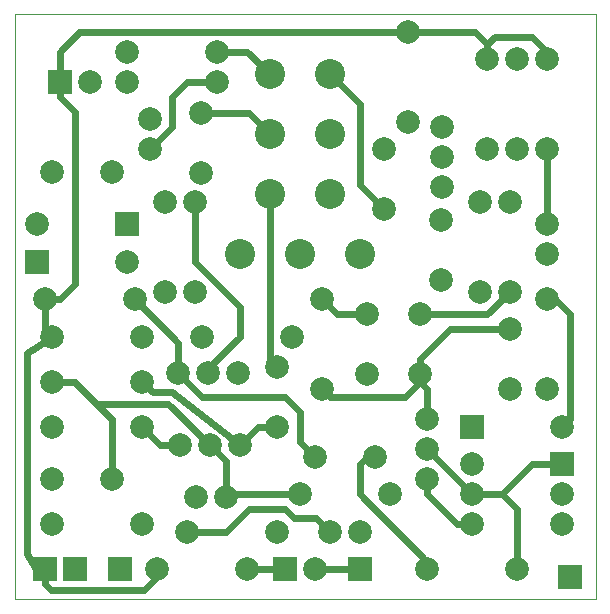
<source format=gtl>
G75*
%MOIN*%
%OFA0B0*%
%FSLAX25Y25*%
%IPPOS*%
%LPD*%
%AMOC8*
5,1,8,0,0,1.08239X$1,22.5*
%
%ADD10C,0.00000*%
%ADD11R,0.07874X0.07874*%
%ADD12C,0.07874*%
%ADD13C,0.10000*%
%ADD14C,0.02400*%
D10*
X0002200Y0002200D02*
X0002200Y0197161D01*
X0195901Y0197161D01*
X0195901Y0002200D01*
X0002200Y0002200D01*
D11*
X0012200Y0012200D03*
X0022200Y0012200D03*
X0037200Y0012200D03*
X0092200Y0012200D03*
X0117200Y0012200D03*
X0154700Y0059700D03*
X0184700Y0047200D03*
X0187200Y0009700D03*
X0039700Y0127200D03*
X0009700Y0114700D03*
X0017200Y0174700D03*
D12*
X0027200Y0174700D03*
X0039700Y0174700D03*
X0039700Y0184700D03*
X0047200Y0162200D03*
X0047200Y0152200D03*
X0034700Y0144700D03*
X0052200Y0134700D03*
X0062200Y0134700D03*
X0064200Y0144200D03*
X0064200Y0164200D03*
X0069700Y0174700D03*
X0069700Y0184700D03*
X0125200Y0152200D03*
X0133200Y0161200D03*
X0144700Y0159700D03*
X0144700Y0149700D03*
X0144700Y0139700D03*
X0144200Y0128700D03*
X0157200Y0134700D03*
X0167200Y0134700D03*
X0179700Y0127200D03*
X0179700Y0117200D03*
X0167200Y0104700D03*
X0157200Y0104700D03*
X0167200Y0092200D03*
X0179700Y0102200D03*
X0179700Y0072200D03*
X0167200Y0072200D03*
X0184700Y0059700D03*
X0184700Y0037200D03*
X0184700Y0027200D03*
X0169700Y0012200D03*
X0154700Y0027200D03*
X0154700Y0037200D03*
X0154700Y0047200D03*
X0139700Y0042200D03*
X0139700Y0052200D03*
X0139700Y0062200D03*
X0137200Y0077200D03*
X0119700Y0077200D03*
X0104700Y0072200D03*
X0089700Y0079700D03*
X0094700Y0089700D03*
X0104700Y0102200D03*
X0119700Y0097200D03*
X0137200Y0097200D03*
X0144200Y0108700D03*
X0125200Y0132200D03*
X0159700Y0152200D03*
X0169700Y0152200D03*
X0179700Y0152200D03*
X0179700Y0182200D03*
X0169700Y0182200D03*
X0159700Y0182200D03*
X0133200Y0191200D03*
X0062200Y0104700D03*
X0052200Y0104700D03*
X0042200Y0102200D03*
X0039700Y0114700D03*
X0044700Y0089700D03*
X0056700Y0077700D03*
X0066700Y0077700D03*
X0076700Y0077700D03*
X0064700Y0089700D03*
X0044700Y0074700D03*
X0044700Y0059700D03*
X0057200Y0053700D03*
X0067200Y0053700D03*
X0077200Y0053700D03*
X0089700Y0059700D03*
X0102200Y0049700D03*
X0097200Y0037200D03*
X0089700Y0024700D03*
X0079700Y0012200D03*
X0059700Y0024700D03*
X0062700Y0036200D03*
X0072700Y0036200D03*
X0049700Y0012200D03*
X0044700Y0027200D03*
X0034700Y0042200D03*
X0014700Y0042200D03*
X0014700Y0027200D03*
X0014700Y0059700D03*
X0014700Y0074700D03*
X0014700Y0089700D03*
X0012200Y0102200D03*
X0009700Y0127200D03*
X0014700Y0144700D03*
X0122200Y0049700D03*
X0127200Y0037200D03*
X0117200Y0024700D03*
X0107200Y0024700D03*
X0102200Y0012200D03*
X0139700Y0012200D03*
D13*
X0117200Y0117200D03*
X0107200Y0137200D03*
X0107200Y0157200D03*
X0107200Y0177200D03*
X0087200Y0177200D03*
X0087200Y0157200D03*
X0087200Y0137200D03*
X0077200Y0117200D03*
X0097200Y0117200D03*
D14*
X0104700Y0102200D02*
X0109700Y0097200D01*
X0119700Y0097200D01*
X0137200Y0097200D02*
X0159700Y0097200D01*
X0167200Y0104700D01*
X0167200Y0092200D02*
X0147200Y0092200D01*
X0137200Y0082200D01*
X0137200Y0077200D01*
X0137200Y0074700D01*
X0139700Y0072200D01*
X0139700Y0062200D01*
X0132200Y0069700D02*
X0137200Y0074700D01*
X0132200Y0069700D02*
X0107200Y0069700D01*
X0104700Y0072200D01*
X0097200Y0064700D02*
X0092200Y0069700D01*
X0064700Y0069700D01*
X0056700Y0077700D01*
X0056700Y0087700D01*
X0042200Y0102200D01*
X0022200Y0107200D02*
X0022200Y0164700D01*
X0017200Y0169700D01*
X0017200Y0174700D01*
X0017200Y0184700D01*
X0023700Y0191200D01*
X0133200Y0191200D01*
X0155700Y0191200D01*
X0159700Y0187200D01*
X0159700Y0182200D01*
X0159700Y0187200D02*
X0162200Y0189700D01*
X0174700Y0189700D01*
X0179700Y0184700D01*
X0179700Y0182200D01*
X0179700Y0152200D02*
X0179700Y0127200D01*
X0179700Y0102200D02*
X0182200Y0102200D01*
X0187200Y0097200D01*
X0187200Y0062200D01*
X0184700Y0059700D01*
X0184700Y0047200D02*
X0174700Y0047200D01*
X0164700Y0037200D01*
X0154700Y0037200D01*
X0139700Y0052200D01*
X0139700Y0042200D02*
X0139700Y0037200D01*
X0149700Y0027200D01*
X0154700Y0027200D01*
X0164700Y0037200D02*
X0169700Y0032200D01*
X0169700Y0012200D01*
X0139700Y0012200D02*
X0139700Y0014700D01*
X0117200Y0037200D01*
X0117200Y0047200D01*
X0119700Y0049700D01*
X0122200Y0049700D01*
X0102200Y0049700D02*
X0097200Y0054700D01*
X0097200Y0064700D01*
X0089700Y0059700D02*
X0083200Y0059700D01*
X0077200Y0053700D01*
X0054700Y0071200D01*
X0048200Y0071200D01*
X0044700Y0074700D01*
X0053450Y0067450D02*
X0029450Y0067450D01*
X0022200Y0074700D01*
X0014700Y0074700D01*
X0006200Y0084200D02*
X0014700Y0089700D01*
X0012200Y0092200D01*
X0012200Y0102200D01*
X0017200Y0102200D01*
X0022200Y0107200D01*
X0006200Y0084200D02*
X0006200Y0017200D01*
X0009200Y0012200D01*
X0012200Y0012200D01*
X0012200Y0007200D01*
X0014200Y0005200D01*
X0045200Y0005200D01*
X0049700Y0009700D01*
X0049700Y0012200D01*
X0059700Y0024700D02*
X0072700Y0024700D01*
X0080200Y0032200D01*
X0092200Y0032200D01*
X0095200Y0029200D01*
X0102700Y0029200D01*
X0107200Y0024700D01*
X0102200Y0012200D02*
X0117200Y0012200D01*
X0097200Y0037200D02*
X0073700Y0037200D01*
X0072700Y0036200D01*
X0072700Y0048200D01*
X0067200Y0053700D01*
X0053450Y0067450D01*
X0044700Y0059700D02*
X0050700Y0053700D01*
X0057200Y0053700D01*
X0034700Y0062200D02*
X0034700Y0042200D01*
X0034700Y0062200D02*
X0029450Y0067450D01*
X0066700Y0077700D02*
X0066700Y0079200D01*
X0077200Y0089700D01*
X0077200Y0099700D01*
X0062200Y0114700D01*
X0062200Y0134700D01*
X0047200Y0152200D02*
X0054700Y0159700D01*
X0054700Y0169700D01*
X0059700Y0174700D01*
X0069700Y0174700D01*
X0069700Y0184700D02*
X0079700Y0184700D01*
X0087200Y0177200D01*
X0080200Y0164200D02*
X0064200Y0164200D01*
X0080200Y0164200D02*
X0087200Y0157200D01*
X0087200Y0137200D02*
X0087200Y0082200D01*
X0089700Y0079700D01*
X0125200Y0132200D02*
X0117200Y0140200D01*
X0117200Y0167200D01*
X0107200Y0177200D01*
X0092200Y0012200D02*
X0079700Y0012200D01*
M02*

</source>
